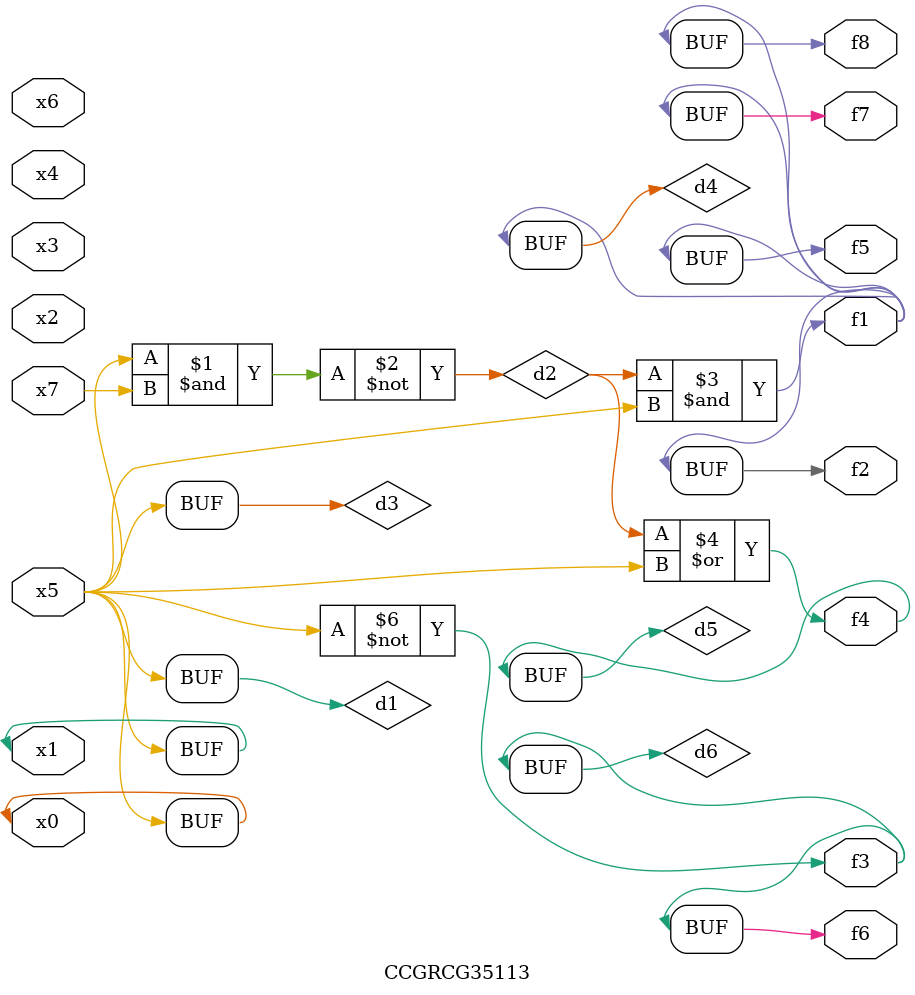
<source format=v>
module CCGRCG35113(
	input x0, x1, x2, x3, x4, x5, x6, x7,
	output f1, f2, f3, f4, f5, f6, f7, f8
);

	wire d1, d2, d3, d4, d5, d6;

	buf (d1, x0, x5);
	nand (d2, x5, x7);
	buf (d3, x0, x1);
	and (d4, d2, d3);
	or (d5, d2, d3);
	nor (d6, d1, d3);
	assign f1 = d4;
	assign f2 = d4;
	assign f3 = d6;
	assign f4 = d5;
	assign f5 = d4;
	assign f6 = d6;
	assign f7 = d4;
	assign f8 = d4;
endmodule

</source>
